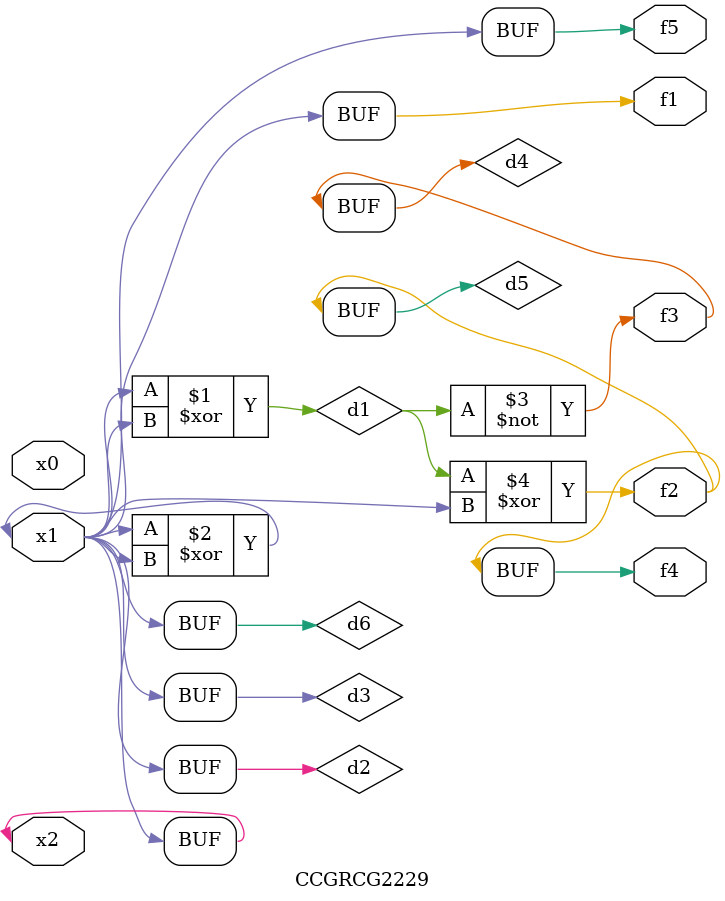
<source format=v>
module CCGRCG2229(
	input x0, x1, x2,
	output f1, f2, f3, f4, f5
);

	wire d1, d2, d3, d4, d5, d6;

	xor (d1, x1, x2);
	buf (d2, x1, x2);
	xor (d3, x1, x2);
	nor (d4, d1);
	xor (d5, d1, d2);
	buf (d6, d2, d3);
	assign f1 = d6;
	assign f2 = d5;
	assign f3 = d4;
	assign f4 = d5;
	assign f5 = d6;
endmodule

</source>
